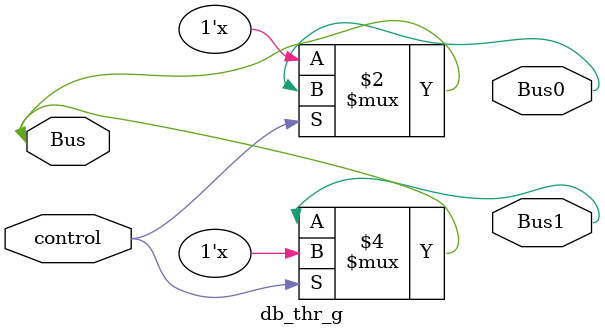
<source format=v>

module db_thr_g(
	inout 	Bus,
	output reg	Bus0,
	output reg	Bus1,
	input wire	control
	
);
	assign Bus = (control == 1)? Bus0:1'bz;
	assign Bus = (control == 0)? Bus1:1'bz;



endmodule		
	
	
</source>
